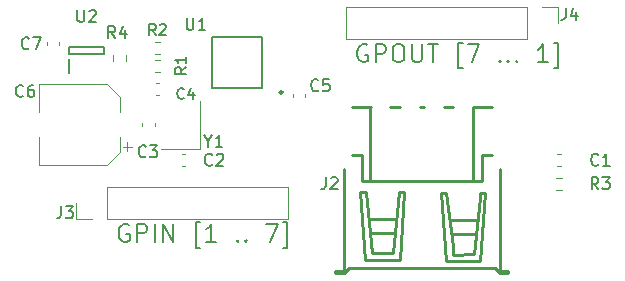
<source format=gto>
G04 #@! TF.GenerationSoftware,KiCad,Pcbnew,7.0.7*
G04 #@! TF.CreationDate,2023-11-12T02:44:02+01:00*
G04 #@! TF.ProjectId,max3421e-rpi-uhat,6d617833-3432-4316-952d-7270692d7568,1*
G04 #@! TF.SameCoordinates,Original*
G04 #@! TF.FileFunction,Legend,Top*
G04 #@! TF.FilePolarity,Positive*
%FSLAX46Y46*%
G04 Gerber Fmt 4.6, Leading zero omitted, Abs format (unit mm)*
G04 Created by KiCad (PCBNEW 7.0.7) date 2023-11-12 02:44:02*
%MOMM*%
%LPD*%
G01*
G04 APERTURE LIST*
%ADD10C,0.200000*%
%ADD11C,0.150000*%
%ADD12C,0.120000*%
%ADD13C,0.250000*%
G04 APERTURE END LIST*
D10*
X103274435Y-54777457D02*
X103131578Y-54706028D01*
X103131578Y-54706028D02*
X102917292Y-54706028D01*
X102917292Y-54706028D02*
X102703006Y-54777457D01*
X102703006Y-54777457D02*
X102560149Y-54920314D01*
X102560149Y-54920314D02*
X102488720Y-55063171D01*
X102488720Y-55063171D02*
X102417292Y-55348885D01*
X102417292Y-55348885D02*
X102417292Y-55563171D01*
X102417292Y-55563171D02*
X102488720Y-55848885D01*
X102488720Y-55848885D02*
X102560149Y-55991742D01*
X102560149Y-55991742D02*
X102703006Y-56134600D01*
X102703006Y-56134600D02*
X102917292Y-56206028D01*
X102917292Y-56206028D02*
X103060149Y-56206028D01*
X103060149Y-56206028D02*
X103274435Y-56134600D01*
X103274435Y-56134600D02*
X103345863Y-56063171D01*
X103345863Y-56063171D02*
X103345863Y-55563171D01*
X103345863Y-55563171D02*
X103060149Y-55563171D01*
X103988720Y-56206028D02*
X103988720Y-54706028D01*
X103988720Y-54706028D02*
X104560149Y-54706028D01*
X104560149Y-54706028D02*
X104703006Y-54777457D01*
X104703006Y-54777457D02*
X104774435Y-54848885D01*
X104774435Y-54848885D02*
X104845863Y-54991742D01*
X104845863Y-54991742D02*
X104845863Y-55206028D01*
X104845863Y-55206028D02*
X104774435Y-55348885D01*
X104774435Y-55348885D02*
X104703006Y-55420314D01*
X104703006Y-55420314D02*
X104560149Y-55491742D01*
X104560149Y-55491742D02*
X103988720Y-55491742D01*
X105774435Y-54706028D02*
X106060149Y-54706028D01*
X106060149Y-54706028D02*
X106203006Y-54777457D01*
X106203006Y-54777457D02*
X106345863Y-54920314D01*
X106345863Y-54920314D02*
X106417292Y-55206028D01*
X106417292Y-55206028D02*
X106417292Y-55706028D01*
X106417292Y-55706028D02*
X106345863Y-55991742D01*
X106345863Y-55991742D02*
X106203006Y-56134600D01*
X106203006Y-56134600D02*
X106060149Y-56206028D01*
X106060149Y-56206028D02*
X105774435Y-56206028D01*
X105774435Y-56206028D02*
X105631578Y-56134600D01*
X105631578Y-56134600D02*
X105488720Y-55991742D01*
X105488720Y-55991742D02*
X105417292Y-55706028D01*
X105417292Y-55706028D02*
X105417292Y-55206028D01*
X105417292Y-55206028D02*
X105488720Y-54920314D01*
X105488720Y-54920314D02*
X105631578Y-54777457D01*
X105631578Y-54777457D02*
X105774435Y-54706028D01*
X107060149Y-54706028D02*
X107060149Y-55920314D01*
X107060149Y-55920314D02*
X107131578Y-56063171D01*
X107131578Y-56063171D02*
X107203007Y-56134600D01*
X107203007Y-56134600D02*
X107345864Y-56206028D01*
X107345864Y-56206028D02*
X107631578Y-56206028D01*
X107631578Y-56206028D02*
X107774435Y-56134600D01*
X107774435Y-56134600D02*
X107845864Y-56063171D01*
X107845864Y-56063171D02*
X107917292Y-55920314D01*
X107917292Y-55920314D02*
X107917292Y-54706028D01*
X108417293Y-54706028D02*
X109274436Y-54706028D01*
X108845864Y-56206028D02*
X108845864Y-54706028D01*
X111345864Y-56706028D02*
X110988721Y-56706028D01*
X110988721Y-56706028D02*
X110988721Y-54563171D01*
X110988721Y-54563171D02*
X111345864Y-54563171D01*
X111774435Y-54706028D02*
X112774435Y-54706028D01*
X112774435Y-54706028D02*
X112131578Y-56206028D01*
X114488720Y-56063171D02*
X114560149Y-56134600D01*
X114560149Y-56134600D02*
X114488720Y-56206028D01*
X114488720Y-56206028D02*
X114417292Y-56134600D01*
X114417292Y-56134600D02*
X114488720Y-56063171D01*
X114488720Y-56063171D02*
X114488720Y-56206028D01*
X115203006Y-56063171D02*
X115274435Y-56134600D01*
X115274435Y-56134600D02*
X115203006Y-56206028D01*
X115203006Y-56206028D02*
X115131578Y-56134600D01*
X115131578Y-56134600D02*
X115203006Y-56063171D01*
X115203006Y-56063171D02*
X115203006Y-56206028D01*
X115917292Y-56063171D02*
X115988721Y-56134600D01*
X115988721Y-56134600D02*
X115917292Y-56206028D01*
X115917292Y-56206028D02*
X115845864Y-56134600D01*
X115845864Y-56134600D02*
X115917292Y-56063171D01*
X115917292Y-56063171D02*
X115917292Y-56206028D01*
X118560150Y-56206028D02*
X117703007Y-56206028D01*
X118131578Y-56206028D02*
X118131578Y-54706028D01*
X118131578Y-54706028D02*
X117988721Y-54920314D01*
X117988721Y-54920314D02*
X117845864Y-55063171D01*
X117845864Y-55063171D02*
X117703007Y-55134600D01*
X119060149Y-56706028D02*
X119417292Y-56706028D01*
X119417292Y-56706028D02*
X119417292Y-54563171D01*
X119417292Y-54563171D02*
X119060149Y-54563171D01*
X83074435Y-69977457D02*
X82931578Y-69906028D01*
X82931578Y-69906028D02*
X82717292Y-69906028D01*
X82717292Y-69906028D02*
X82503006Y-69977457D01*
X82503006Y-69977457D02*
X82360149Y-70120314D01*
X82360149Y-70120314D02*
X82288720Y-70263171D01*
X82288720Y-70263171D02*
X82217292Y-70548885D01*
X82217292Y-70548885D02*
X82217292Y-70763171D01*
X82217292Y-70763171D02*
X82288720Y-71048885D01*
X82288720Y-71048885D02*
X82360149Y-71191742D01*
X82360149Y-71191742D02*
X82503006Y-71334600D01*
X82503006Y-71334600D02*
X82717292Y-71406028D01*
X82717292Y-71406028D02*
X82860149Y-71406028D01*
X82860149Y-71406028D02*
X83074435Y-71334600D01*
X83074435Y-71334600D02*
X83145863Y-71263171D01*
X83145863Y-71263171D02*
X83145863Y-70763171D01*
X83145863Y-70763171D02*
X82860149Y-70763171D01*
X83788720Y-71406028D02*
X83788720Y-69906028D01*
X83788720Y-69906028D02*
X84360149Y-69906028D01*
X84360149Y-69906028D02*
X84503006Y-69977457D01*
X84503006Y-69977457D02*
X84574435Y-70048885D01*
X84574435Y-70048885D02*
X84645863Y-70191742D01*
X84645863Y-70191742D02*
X84645863Y-70406028D01*
X84645863Y-70406028D02*
X84574435Y-70548885D01*
X84574435Y-70548885D02*
X84503006Y-70620314D01*
X84503006Y-70620314D02*
X84360149Y-70691742D01*
X84360149Y-70691742D02*
X83788720Y-70691742D01*
X85288720Y-71406028D02*
X85288720Y-69906028D01*
X86003006Y-71406028D02*
X86003006Y-69906028D01*
X86003006Y-69906028D02*
X86860149Y-71406028D01*
X86860149Y-71406028D02*
X86860149Y-69906028D01*
X89145864Y-71906028D02*
X88788721Y-71906028D01*
X88788721Y-71906028D02*
X88788721Y-69763171D01*
X88788721Y-69763171D02*
X89145864Y-69763171D01*
X90503007Y-71406028D02*
X89645864Y-71406028D01*
X90074435Y-71406028D02*
X90074435Y-69906028D01*
X90074435Y-69906028D02*
X89931578Y-70120314D01*
X89931578Y-70120314D02*
X89788721Y-70263171D01*
X89788721Y-70263171D02*
X89645864Y-70334600D01*
X92288720Y-71263171D02*
X92360149Y-71334600D01*
X92360149Y-71334600D02*
X92288720Y-71406028D01*
X92288720Y-71406028D02*
X92217292Y-71334600D01*
X92217292Y-71334600D02*
X92288720Y-71263171D01*
X92288720Y-71263171D02*
X92288720Y-71406028D01*
X93003006Y-71263171D02*
X93074435Y-71334600D01*
X93074435Y-71334600D02*
X93003006Y-71406028D01*
X93003006Y-71406028D02*
X92931578Y-71334600D01*
X92931578Y-71334600D02*
X93003006Y-71263171D01*
X93003006Y-71263171D02*
X93003006Y-71406028D01*
X94717292Y-69906028D02*
X95717292Y-69906028D01*
X95717292Y-69906028D02*
X95074435Y-71406028D01*
X96145863Y-71906028D02*
X96503006Y-71906028D01*
X96503006Y-71906028D02*
X96503006Y-69763171D01*
X96503006Y-69763171D02*
X96145863Y-69763171D01*
D11*
X74633333Y-55009580D02*
X74585714Y-55057200D01*
X74585714Y-55057200D02*
X74442857Y-55104819D01*
X74442857Y-55104819D02*
X74347619Y-55104819D01*
X74347619Y-55104819D02*
X74204762Y-55057200D01*
X74204762Y-55057200D02*
X74109524Y-54961961D01*
X74109524Y-54961961D02*
X74061905Y-54866723D01*
X74061905Y-54866723D02*
X74014286Y-54676247D01*
X74014286Y-54676247D02*
X74014286Y-54533390D01*
X74014286Y-54533390D02*
X74061905Y-54342914D01*
X74061905Y-54342914D02*
X74109524Y-54247676D01*
X74109524Y-54247676D02*
X74204762Y-54152438D01*
X74204762Y-54152438D02*
X74347619Y-54104819D01*
X74347619Y-54104819D02*
X74442857Y-54104819D01*
X74442857Y-54104819D02*
X74585714Y-54152438D01*
X74585714Y-54152438D02*
X74633333Y-54200057D01*
X74966667Y-54104819D02*
X75633333Y-54104819D01*
X75633333Y-54104819D02*
X75204762Y-55104819D01*
X77346666Y-68414819D02*
X77346666Y-69129104D01*
X77346666Y-69129104D02*
X77299047Y-69271961D01*
X77299047Y-69271961D02*
X77203809Y-69367200D01*
X77203809Y-69367200D02*
X77060952Y-69414819D01*
X77060952Y-69414819D02*
X76965714Y-69414819D01*
X77727619Y-68414819D02*
X78346666Y-68414819D01*
X78346666Y-68414819D02*
X78013333Y-68795771D01*
X78013333Y-68795771D02*
X78156190Y-68795771D01*
X78156190Y-68795771D02*
X78251428Y-68843390D01*
X78251428Y-68843390D02*
X78299047Y-68891009D01*
X78299047Y-68891009D02*
X78346666Y-68986247D01*
X78346666Y-68986247D02*
X78346666Y-69224342D01*
X78346666Y-69224342D02*
X78299047Y-69319580D01*
X78299047Y-69319580D02*
X78251428Y-69367200D01*
X78251428Y-69367200D02*
X78156190Y-69414819D01*
X78156190Y-69414819D02*
X77870476Y-69414819D01*
X77870476Y-69414819D02*
X77775238Y-69367200D01*
X77775238Y-69367200D02*
X77727619Y-69319580D01*
X81933333Y-54154819D02*
X81600000Y-53678628D01*
X81361905Y-54154819D02*
X81361905Y-53154819D01*
X81361905Y-53154819D02*
X81742857Y-53154819D01*
X81742857Y-53154819D02*
X81838095Y-53202438D01*
X81838095Y-53202438D02*
X81885714Y-53250057D01*
X81885714Y-53250057D02*
X81933333Y-53345295D01*
X81933333Y-53345295D02*
X81933333Y-53488152D01*
X81933333Y-53488152D02*
X81885714Y-53583390D01*
X81885714Y-53583390D02*
X81838095Y-53631009D01*
X81838095Y-53631009D02*
X81742857Y-53678628D01*
X81742857Y-53678628D02*
X81361905Y-53678628D01*
X82790476Y-53488152D02*
X82790476Y-54154819D01*
X82552381Y-53107200D02*
X82314286Y-53821485D01*
X82314286Y-53821485D02*
X82933333Y-53821485D01*
X89823809Y-62878628D02*
X89823809Y-63354819D01*
X89490476Y-62354819D02*
X89823809Y-62878628D01*
X89823809Y-62878628D02*
X90157142Y-62354819D01*
X91014285Y-63354819D02*
X90442857Y-63354819D01*
X90728571Y-63354819D02*
X90728571Y-62354819D01*
X90728571Y-62354819D02*
X90633333Y-62497676D01*
X90633333Y-62497676D02*
X90538095Y-62592914D01*
X90538095Y-62592914D02*
X90442857Y-62640533D01*
X99133333Y-58559580D02*
X99085714Y-58607200D01*
X99085714Y-58607200D02*
X98942857Y-58654819D01*
X98942857Y-58654819D02*
X98847619Y-58654819D01*
X98847619Y-58654819D02*
X98704762Y-58607200D01*
X98704762Y-58607200D02*
X98609524Y-58511961D01*
X98609524Y-58511961D02*
X98561905Y-58416723D01*
X98561905Y-58416723D02*
X98514286Y-58226247D01*
X98514286Y-58226247D02*
X98514286Y-58083390D01*
X98514286Y-58083390D02*
X98561905Y-57892914D01*
X98561905Y-57892914D02*
X98609524Y-57797676D01*
X98609524Y-57797676D02*
X98704762Y-57702438D01*
X98704762Y-57702438D02*
X98847619Y-57654819D01*
X98847619Y-57654819D02*
X98942857Y-57654819D01*
X98942857Y-57654819D02*
X99085714Y-57702438D01*
X99085714Y-57702438D02*
X99133333Y-57750057D01*
X100038095Y-57654819D02*
X99561905Y-57654819D01*
X99561905Y-57654819D02*
X99514286Y-58131009D01*
X99514286Y-58131009D02*
X99561905Y-58083390D01*
X99561905Y-58083390D02*
X99657143Y-58035771D01*
X99657143Y-58035771D02*
X99895238Y-58035771D01*
X99895238Y-58035771D02*
X99990476Y-58083390D01*
X99990476Y-58083390D02*
X100038095Y-58131009D01*
X100038095Y-58131009D02*
X100085714Y-58226247D01*
X100085714Y-58226247D02*
X100085714Y-58464342D01*
X100085714Y-58464342D02*
X100038095Y-58559580D01*
X100038095Y-58559580D02*
X99990476Y-58607200D01*
X99990476Y-58607200D02*
X99895238Y-58654819D01*
X99895238Y-58654819D02*
X99657143Y-58654819D01*
X99657143Y-58654819D02*
X99561905Y-58607200D01*
X99561905Y-58607200D02*
X99514286Y-58559580D01*
X122833333Y-64859580D02*
X122785714Y-64907200D01*
X122785714Y-64907200D02*
X122642857Y-64954819D01*
X122642857Y-64954819D02*
X122547619Y-64954819D01*
X122547619Y-64954819D02*
X122404762Y-64907200D01*
X122404762Y-64907200D02*
X122309524Y-64811961D01*
X122309524Y-64811961D02*
X122261905Y-64716723D01*
X122261905Y-64716723D02*
X122214286Y-64526247D01*
X122214286Y-64526247D02*
X122214286Y-64383390D01*
X122214286Y-64383390D02*
X122261905Y-64192914D01*
X122261905Y-64192914D02*
X122309524Y-64097676D01*
X122309524Y-64097676D02*
X122404762Y-64002438D01*
X122404762Y-64002438D02*
X122547619Y-63954819D01*
X122547619Y-63954819D02*
X122642857Y-63954819D01*
X122642857Y-63954819D02*
X122785714Y-64002438D01*
X122785714Y-64002438D02*
X122833333Y-64050057D01*
X123785714Y-64954819D02*
X123214286Y-64954819D01*
X123500000Y-64954819D02*
X123500000Y-63954819D01*
X123500000Y-63954819D02*
X123404762Y-64097676D01*
X123404762Y-64097676D02*
X123309524Y-64192914D01*
X123309524Y-64192914D02*
X123214286Y-64240533D01*
X99766666Y-65954819D02*
X99766666Y-66669104D01*
X99766666Y-66669104D02*
X99719047Y-66811961D01*
X99719047Y-66811961D02*
X99623809Y-66907200D01*
X99623809Y-66907200D02*
X99480952Y-66954819D01*
X99480952Y-66954819D02*
X99385714Y-66954819D01*
X100195238Y-66050057D02*
X100242857Y-66002438D01*
X100242857Y-66002438D02*
X100338095Y-65954819D01*
X100338095Y-65954819D02*
X100576190Y-65954819D01*
X100576190Y-65954819D02*
X100671428Y-66002438D01*
X100671428Y-66002438D02*
X100719047Y-66050057D01*
X100719047Y-66050057D02*
X100766666Y-66145295D01*
X100766666Y-66145295D02*
X100766666Y-66240533D01*
X100766666Y-66240533D02*
X100719047Y-66383390D01*
X100719047Y-66383390D02*
X100147619Y-66954819D01*
X100147619Y-66954819D02*
X100766666Y-66954819D01*
X84533333Y-64159580D02*
X84485714Y-64207200D01*
X84485714Y-64207200D02*
X84342857Y-64254819D01*
X84342857Y-64254819D02*
X84247619Y-64254819D01*
X84247619Y-64254819D02*
X84104762Y-64207200D01*
X84104762Y-64207200D02*
X84009524Y-64111961D01*
X84009524Y-64111961D02*
X83961905Y-64016723D01*
X83961905Y-64016723D02*
X83914286Y-63826247D01*
X83914286Y-63826247D02*
X83914286Y-63683390D01*
X83914286Y-63683390D02*
X83961905Y-63492914D01*
X83961905Y-63492914D02*
X84009524Y-63397676D01*
X84009524Y-63397676D02*
X84104762Y-63302438D01*
X84104762Y-63302438D02*
X84247619Y-63254819D01*
X84247619Y-63254819D02*
X84342857Y-63254819D01*
X84342857Y-63254819D02*
X84485714Y-63302438D01*
X84485714Y-63302438D02*
X84533333Y-63350057D01*
X84866667Y-63254819D02*
X85485714Y-63254819D01*
X85485714Y-63254819D02*
X85152381Y-63635771D01*
X85152381Y-63635771D02*
X85295238Y-63635771D01*
X85295238Y-63635771D02*
X85390476Y-63683390D01*
X85390476Y-63683390D02*
X85438095Y-63731009D01*
X85438095Y-63731009D02*
X85485714Y-63826247D01*
X85485714Y-63826247D02*
X85485714Y-64064342D01*
X85485714Y-64064342D02*
X85438095Y-64159580D01*
X85438095Y-64159580D02*
X85390476Y-64207200D01*
X85390476Y-64207200D02*
X85295238Y-64254819D01*
X85295238Y-64254819D02*
X85009524Y-64254819D01*
X85009524Y-64254819D02*
X84914286Y-64207200D01*
X84914286Y-64207200D02*
X84866667Y-64159580D01*
X90133333Y-64859580D02*
X90085714Y-64907200D01*
X90085714Y-64907200D02*
X89942857Y-64954819D01*
X89942857Y-64954819D02*
X89847619Y-64954819D01*
X89847619Y-64954819D02*
X89704762Y-64907200D01*
X89704762Y-64907200D02*
X89609524Y-64811961D01*
X89609524Y-64811961D02*
X89561905Y-64716723D01*
X89561905Y-64716723D02*
X89514286Y-64526247D01*
X89514286Y-64526247D02*
X89514286Y-64383390D01*
X89514286Y-64383390D02*
X89561905Y-64192914D01*
X89561905Y-64192914D02*
X89609524Y-64097676D01*
X89609524Y-64097676D02*
X89704762Y-64002438D01*
X89704762Y-64002438D02*
X89847619Y-63954819D01*
X89847619Y-63954819D02*
X89942857Y-63954819D01*
X89942857Y-63954819D02*
X90085714Y-64002438D01*
X90085714Y-64002438D02*
X90133333Y-64050057D01*
X90514286Y-64050057D02*
X90561905Y-64002438D01*
X90561905Y-64002438D02*
X90657143Y-63954819D01*
X90657143Y-63954819D02*
X90895238Y-63954819D01*
X90895238Y-63954819D02*
X90990476Y-64002438D01*
X90990476Y-64002438D02*
X91038095Y-64050057D01*
X91038095Y-64050057D02*
X91085714Y-64145295D01*
X91085714Y-64145295D02*
X91085714Y-64240533D01*
X91085714Y-64240533D02*
X91038095Y-64383390D01*
X91038095Y-64383390D02*
X90466667Y-64954819D01*
X90466667Y-64954819D02*
X91085714Y-64954819D01*
X85350000Y-53908557D02*
X85050000Y-53479985D01*
X84835714Y-53908557D02*
X84835714Y-53008557D01*
X84835714Y-53008557D02*
X85178571Y-53008557D01*
X85178571Y-53008557D02*
X85264286Y-53051414D01*
X85264286Y-53051414D02*
X85307143Y-53094271D01*
X85307143Y-53094271D02*
X85350000Y-53179985D01*
X85350000Y-53179985D02*
X85350000Y-53308557D01*
X85350000Y-53308557D02*
X85307143Y-53394271D01*
X85307143Y-53394271D02*
X85264286Y-53437128D01*
X85264286Y-53437128D02*
X85178571Y-53479985D01*
X85178571Y-53479985D02*
X84835714Y-53479985D01*
X85692857Y-53094271D02*
X85735714Y-53051414D01*
X85735714Y-53051414D02*
X85821429Y-53008557D01*
X85821429Y-53008557D02*
X86035714Y-53008557D01*
X86035714Y-53008557D02*
X86121429Y-53051414D01*
X86121429Y-53051414D02*
X86164286Y-53094271D01*
X86164286Y-53094271D02*
X86207143Y-53179985D01*
X86207143Y-53179985D02*
X86207143Y-53265700D01*
X86207143Y-53265700D02*
X86164286Y-53394271D01*
X86164286Y-53394271D02*
X85650000Y-53908557D01*
X85650000Y-53908557D02*
X86207143Y-53908557D01*
X78738095Y-51804819D02*
X78738095Y-52614342D01*
X78738095Y-52614342D02*
X78785714Y-52709580D01*
X78785714Y-52709580D02*
X78833333Y-52757200D01*
X78833333Y-52757200D02*
X78928571Y-52804819D01*
X78928571Y-52804819D02*
X79119047Y-52804819D01*
X79119047Y-52804819D02*
X79214285Y-52757200D01*
X79214285Y-52757200D02*
X79261904Y-52709580D01*
X79261904Y-52709580D02*
X79309523Y-52614342D01*
X79309523Y-52614342D02*
X79309523Y-51804819D01*
X79738095Y-51900057D02*
X79785714Y-51852438D01*
X79785714Y-51852438D02*
X79880952Y-51804819D01*
X79880952Y-51804819D02*
X80119047Y-51804819D01*
X80119047Y-51804819D02*
X80214285Y-51852438D01*
X80214285Y-51852438D02*
X80261904Y-51900057D01*
X80261904Y-51900057D02*
X80309523Y-51995295D01*
X80309523Y-51995295D02*
X80309523Y-52090533D01*
X80309523Y-52090533D02*
X80261904Y-52233390D01*
X80261904Y-52233390D02*
X79690476Y-52804819D01*
X79690476Y-52804819D02*
X80309523Y-52804819D01*
X122833333Y-66954819D02*
X122500000Y-66478628D01*
X122261905Y-66954819D02*
X122261905Y-65954819D01*
X122261905Y-65954819D02*
X122642857Y-65954819D01*
X122642857Y-65954819D02*
X122738095Y-66002438D01*
X122738095Y-66002438D02*
X122785714Y-66050057D01*
X122785714Y-66050057D02*
X122833333Y-66145295D01*
X122833333Y-66145295D02*
X122833333Y-66288152D01*
X122833333Y-66288152D02*
X122785714Y-66383390D01*
X122785714Y-66383390D02*
X122738095Y-66431009D01*
X122738095Y-66431009D02*
X122642857Y-66478628D01*
X122642857Y-66478628D02*
X122261905Y-66478628D01*
X123166667Y-65954819D02*
X123785714Y-65954819D01*
X123785714Y-65954819D02*
X123452381Y-66335771D01*
X123452381Y-66335771D02*
X123595238Y-66335771D01*
X123595238Y-66335771D02*
X123690476Y-66383390D01*
X123690476Y-66383390D02*
X123738095Y-66431009D01*
X123738095Y-66431009D02*
X123785714Y-66526247D01*
X123785714Y-66526247D02*
X123785714Y-66764342D01*
X123785714Y-66764342D02*
X123738095Y-66859580D01*
X123738095Y-66859580D02*
X123690476Y-66907200D01*
X123690476Y-66907200D02*
X123595238Y-66954819D01*
X123595238Y-66954819D02*
X123309524Y-66954819D01*
X123309524Y-66954819D02*
X123214286Y-66907200D01*
X123214286Y-66907200D02*
X123166667Y-66859580D01*
X87750000Y-59222842D02*
X87707143Y-59265700D01*
X87707143Y-59265700D02*
X87578571Y-59308557D01*
X87578571Y-59308557D02*
X87492857Y-59308557D01*
X87492857Y-59308557D02*
X87364286Y-59265700D01*
X87364286Y-59265700D02*
X87278571Y-59179985D01*
X87278571Y-59179985D02*
X87235714Y-59094271D01*
X87235714Y-59094271D02*
X87192857Y-58922842D01*
X87192857Y-58922842D02*
X87192857Y-58794271D01*
X87192857Y-58794271D02*
X87235714Y-58622842D01*
X87235714Y-58622842D02*
X87278571Y-58537128D01*
X87278571Y-58537128D02*
X87364286Y-58451414D01*
X87364286Y-58451414D02*
X87492857Y-58408557D01*
X87492857Y-58408557D02*
X87578571Y-58408557D01*
X87578571Y-58408557D02*
X87707143Y-58451414D01*
X87707143Y-58451414D02*
X87750000Y-58494271D01*
X88521429Y-58708557D02*
X88521429Y-59308557D01*
X88307143Y-58365700D02*
X88092857Y-59008557D01*
X88092857Y-59008557D02*
X88650000Y-59008557D01*
X87988095Y-52454819D02*
X87988095Y-53264342D01*
X87988095Y-53264342D02*
X88035714Y-53359580D01*
X88035714Y-53359580D02*
X88083333Y-53407200D01*
X88083333Y-53407200D02*
X88178571Y-53454819D01*
X88178571Y-53454819D02*
X88369047Y-53454819D01*
X88369047Y-53454819D02*
X88464285Y-53407200D01*
X88464285Y-53407200D02*
X88511904Y-53359580D01*
X88511904Y-53359580D02*
X88559523Y-53264342D01*
X88559523Y-53264342D02*
X88559523Y-52454819D01*
X89559523Y-53454819D02*
X88988095Y-53454819D01*
X89273809Y-53454819D02*
X89273809Y-52454819D01*
X89273809Y-52454819D02*
X89178571Y-52597676D01*
X89178571Y-52597676D02*
X89083333Y-52692914D01*
X89083333Y-52692914D02*
X88988095Y-52740533D01*
X87908557Y-56649999D02*
X87479985Y-56949999D01*
X87908557Y-57164285D02*
X87008557Y-57164285D01*
X87008557Y-57164285D02*
X87008557Y-56821428D01*
X87008557Y-56821428D02*
X87051414Y-56735713D01*
X87051414Y-56735713D02*
X87094271Y-56692856D01*
X87094271Y-56692856D02*
X87179985Y-56649999D01*
X87179985Y-56649999D02*
X87308557Y-56649999D01*
X87308557Y-56649999D02*
X87394271Y-56692856D01*
X87394271Y-56692856D02*
X87437128Y-56735713D01*
X87437128Y-56735713D02*
X87479985Y-56821428D01*
X87479985Y-56821428D02*
X87479985Y-57164285D01*
X87908557Y-55792856D02*
X87908557Y-56307142D01*
X87908557Y-56049999D02*
X87008557Y-56049999D01*
X87008557Y-56049999D02*
X87137128Y-56135713D01*
X87137128Y-56135713D02*
X87222842Y-56221428D01*
X87222842Y-56221428D02*
X87265700Y-56307142D01*
X120066666Y-51634819D02*
X120066666Y-52349104D01*
X120066666Y-52349104D02*
X120019047Y-52491961D01*
X120019047Y-52491961D02*
X119923809Y-52587200D01*
X119923809Y-52587200D02*
X119780952Y-52634819D01*
X119780952Y-52634819D02*
X119685714Y-52634819D01*
X120971428Y-51968152D02*
X120971428Y-52634819D01*
X120733333Y-51587200D02*
X120495238Y-52301485D01*
X120495238Y-52301485D02*
X121114285Y-52301485D01*
X74133333Y-59059580D02*
X74085714Y-59107200D01*
X74085714Y-59107200D02*
X73942857Y-59154819D01*
X73942857Y-59154819D02*
X73847619Y-59154819D01*
X73847619Y-59154819D02*
X73704762Y-59107200D01*
X73704762Y-59107200D02*
X73609524Y-59011961D01*
X73609524Y-59011961D02*
X73561905Y-58916723D01*
X73561905Y-58916723D02*
X73514286Y-58726247D01*
X73514286Y-58726247D02*
X73514286Y-58583390D01*
X73514286Y-58583390D02*
X73561905Y-58392914D01*
X73561905Y-58392914D02*
X73609524Y-58297676D01*
X73609524Y-58297676D02*
X73704762Y-58202438D01*
X73704762Y-58202438D02*
X73847619Y-58154819D01*
X73847619Y-58154819D02*
X73942857Y-58154819D01*
X73942857Y-58154819D02*
X74085714Y-58202438D01*
X74085714Y-58202438D02*
X74133333Y-58250057D01*
X74990476Y-58154819D02*
X74800000Y-58154819D01*
X74800000Y-58154819D02*
X74704762Y-58202438D01*
X74704762Y-58202438D02*
X74657143Y-58250057D01*
X74657143Y-58250057D02*
X74561905Y-58392914D01*
X74561905Y-58392914D02*
X74514286Y-58583390D01*
X74514286Y-58583390D02*
X74514286Y-58964342D01*
X74514286Y-58964342D02*
X74561905Y-59059580D01*
X74561905Y-59059580D02*
X74609524Y-59107200D01*
X74609524Y-59107200D02*
X74704762Y-59154819D01*
X74704762Y-59154819D02*
X74895238Y-59154819D01*
X74895238Y-59154819D02*
X74990476Y-59107200D01*
X74990476Y-59107200D02*
X75038095Y-59059580D01*
X75038095Y-59059580D02*
X75085714Y-58964342D01*
X75085714Y-58964342D02*
X75085714Y-58726247D01*
X75085714Y-58726247D02*
X75038095Y-58631009D01*
X75038095Y-58631009D02*
X74990476Y-58583390D01*
X74990476Y-58583390D02*
X74895238Y-58535771D01*
X74895238Y-58535771D02*
X74704762Y-58535771D01*
X74704762Y-58535771D02*
X74609524Y-58583390D01*
X74609524Y-58583390D02*
X74561905Y-58631009D01*
X74561905Y-58631009D02*
X74514286Y-58726247D01*
D12*
X77160000Y-54509420D02*
X77160000Y-54790580D01*
X76140000Y-54509420D02*
X76140000Y-54790580D01*
X78650000Y-69440000D02*
X78650000Y-68110000D01*
X79980000Y-69440000D02*
X78650000Y-69440000D01*
X81250000Y-69440000D02*
X96550000Y-69440000D01*
X81250000Y-69440000D02*
X81250000Y-66780000D01*
X96550000Y-69440000D02*
X96550000Y-66780000D01*
X81250000Y-66780000D02*
X96550000Y-66780000D01*
X81777500Y-56087258D02*
X81777500Y-55612742D01*
X82822500Y-56087258D02*
X82822500Y-55612742D01*
X85850000Y-63512000D02*
X89150000Y-63512000D01*
X89150000Y-63512000D02*
X89150000Y-59512000D01*
X98010000Y-58859420D02*
X98010000Y-59140580D01*
X96990000Y-58859420D02*
X96990000Y-59140580D01*
X119640580Y-65010000D02*
X119359420Y-65010000D01*
X119640580Y-63990000D02*
X119359420Y-63990000D01*
D13*
X100580000Y-73857500D02*
X100580000Y-74037500D01*
X100590000Y-73857500D02*
X101320000Y-73857500D01*
X100590000Y-74037500D02*
X101320000Y-74037500D01*
X101320000Y-65227500D02*
X101320000Y-73657500D01*
X101320000Y-73857500D02*
X101320000Y-73607500D01*
X101320000Y-74037500D02*
X101320000Y-73787500D01*
X101750000Y-73607500D02*
X101320000Y-74037500D01*
X102000000Y-64067500D02*
X102830000Y-64057500D01*
X102640000Y-67197500D02*
X103150000Y-67197500D01*
X102830000Y-64057500D02*
X102830000Y-66257500D01*
X102830000Y-66257500D02*
X112970000Y-66257500D01*
X103120000Y-72937500D02*
X102640000Y-67197500D01*
X103150000Y-67197500D02*
X103650000Y-72337500D01*
X103430000Y-69467500D02*
X105690000Y-69467500D01*
X103540000Y-66247500D02*
X103540000Y-60037500D01*
X103570000Y-60037500D02*
X102000000Y-60037500D01*
X103570000Y-70677500D02*
X105600000Y-70677500D01*
X103650000Y-72337500D02*
X105410000Y-72337500D01*
X105230000Y-60037500D02*
X106070000Y-60037500D01*
X105410000Y-72337500D02*
X105990000Y-67197500D01*
X105990000Y-67197500D02*
X106380000Y-67197500D01*
X106020000Y-72937500D02*
X103120000Y-72937500D01*
X106380000Y-67197500D02*
X106020000Y-72937500D01*
X107730000Y-60037500D02*
X108070000Y-60037500D01*
X109480000Y-67267500D02*
X109980000Y-67267500D01*
X109730000Y-60037500D02*
X110570000Y-60037500D01*
X109970000Y-72997500D02*
X109480000Y-67267500D01*
X109980000Y-67267500D02*
X110500000Y-71807500D01*
X110310000Y-69567500D02*
X112570000Y-69567500D01*
X110450000Y-70777500D02*
X112480000Y-70777500D01*
X110500000Y-71807500D02*
X110570000Y-72487500D01*
X110570000Y-72487500D02*
X112320000Y-72477500D01*
X112230000Y-60037500D02*
X113810000Y-60037500D01*
X112260000Y-66257500D02*
X112260000Y-60037500D01*
X112320000Y-72477500D02*
X112790000Y-67697500D01*
X112790000Y-67697500D02*
X112820000Y-67267500D01*
X112820000Y-67267500D02*
X113200000Y-67267500D01*
X112860000Y-73007500D02*
X109970000Y-72997500D01*
X112970000Y-64057500D02*
X113800000Y-64067500D01*
X112970000Y-66257500D02*
X112970000Y-64057500D01*
X113200000Y-67267500D02*
X112860000Y-73007500D01*
X114070000Y-73607500D02*
X101750000Y-73607500D01*
X114070000Y-73607500D02*
X114170000Y-73697500D01*
X114170000Y-73697500D02*
X114500000Y-74027500D01*
X114510000Y-73607500D02*
X114510000Y-65237500D01*
X114510000Y-73857500D02*
X114510000Y-73607500D01*
X114510000Y-74037500D02*
X114510000Y-73787500D01*
X115220000Y-73857500D02*
X114510000Y-73857500D01*
X115220000Y-74037500D02*
X114510000Y-74037500D01*
X115230000Y-73857500D02*
X115230000Y-74037500D01*
D12*
X84240000Y-61640580D02*
X84240000Y-61359420D01*
X85260000Y-61640580D02*
X85260000Y-61359420D01*
X87559420Y-63990000D02*
X87840580Y-63990000D01*
X87559420Y-65010000D02*
X87840580Y-65010000D01*
X85737258Y-55522500D02*
X85262742Y-55522500D01*
X85737258Y-54477500D02*
X85262742Y-54477500D01*
D10*
X78000000Y-57100000D02*
X78000000Y-55900000D01*
X78050000Y-55550000D02*
X78050000Y-54950000D01*
X80950000Y-55550000D02*
X78050000Y-55550000D01*
X78050000Y-54950000D02*
X80950000Y-54950000D01*
X80950000Y-54950000D02*
X80950000Y-55550000D01*
D12*
X119262742Y-65977500D02*
X119737258Y-65977500D01*
X119262742Y-67022500D02*
X119737258Y-67022500D01*
X85640580Y-59010000D02*
X85359420Y-59010000D01*
X85640580Y-57990000D02*
X85359420Y-57990000D01*
D10*
X94400000Y-58412000D02*
X90100000Y-58412000D01*
X94400000Y-54112000D02*
X94400000Y-58412000D01*
X90100000Y-58412000D02*
X90100000Y-54112000D01*
X90100000Y-54112000D02*
X94400000Y-54112000D01*
D13*
X96100000Y-58762000D02*
G75*
G03*
X96100000Y-58762000I-125000J0D01*
G01*
D12*
X85737258Y-57022500D02*
X85262742Y-57022500D01*
X85737258Y-55977500D02*
X85262742Y-55977500D01*
X119410000Y-51550000D02*
X119410000Y-52880000D01*
X118080000Y-51550000D02*
X119410000Y-51550000D01*
X116810000Y-51550000D02*
X101510000Y-51550000D01*
X116810000Y-51550000D02*
X116810000Y-54210000D01*
X101510000Y-51550000D02*
X101510000Y-54210000D01*
X116810000Y-54210000D02*
X101510000Y-54210000D01*
X83337500Y-63347500D02*
X82550000Y-63347500D01*
X82943750Y-63741250D02*
X82943750Y-62953750D01*
X82310000Y-63845563D02*
X82310000Y-62560000D01*
X82310000Y-63845563D02*
X81245563Y-64910000D01*
X82310000Y-59154437D02*
X82310000Y-60440000D01*
X82310000Y-59154437D02*
X81245563Y-58090000D01*
X81245563Y-64910000D02*
X75490000Y-64910000D01*
X81245563Y-58090000D02*
X75490000Y-58090000D01*
X75490000Y-64910000D02*
X75490000Y-62560000D01*
X75490000Y-58090000D02*
X75490000Y-60440000D01*
M02*

</source>
